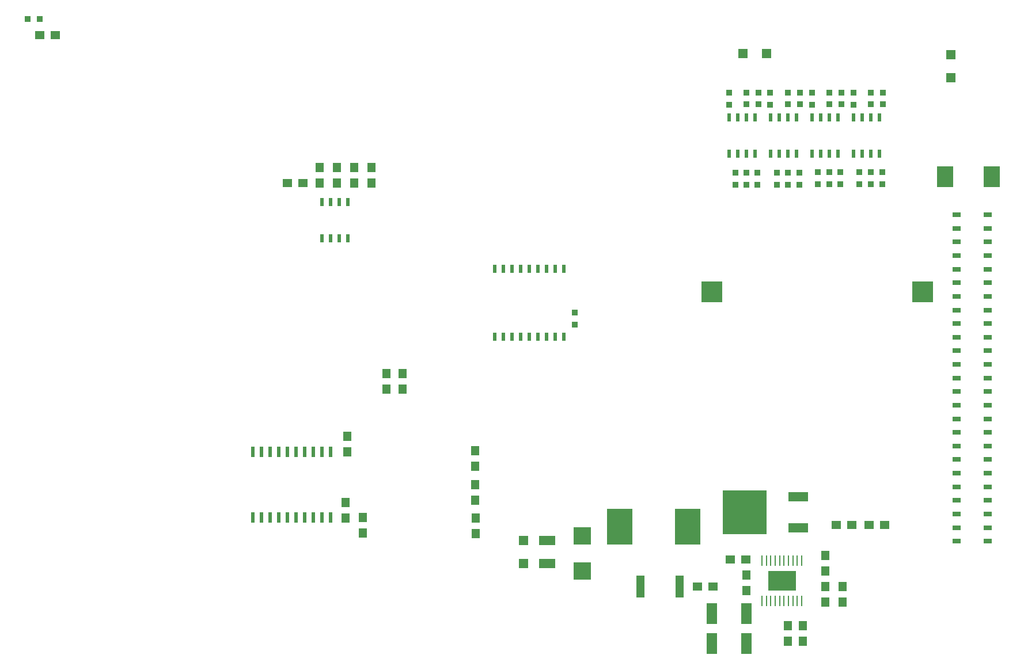
<source format=gbr>
%FSLAX23Y23*%
%MOIN*%
G04 EasyPC Gerber Version 17.0 Build 3379 *
%ADD17R,0.01054X0.06388*%
%ADD15R,0.01900X0.05900*%
%ADD16R,0.01959X0.04715*%
%ADD11R,0.01959X0.04912*%
%ADD26R,0.03337X0.03691*%
%ADD12R,0.04900X0.05400*%
%ADD20R,0.04900X0.12900*%
%ADD19R,0.06400X0.12000*%
%ADD24R,0.09243X0.12392*%
%ADD21R,0.10306X0.10306*%
%ADD27R,0.12400X0.12400*%
%ADD22R,0.14557X0.21054*%
%ADD13R,0.05700X0.05700*%
%ADD10R,0.04912X0.02904*%
%ADD25R,0.03691X0.03337*%
%ADD14R,0.05400X0.04900*%
%ADD71R,0.11211X0.05699*%
%ADD23R,0.09600X0.05700*%
%ADD18R,0.15935X0.11211*%
%ADD70R,0.25778X0.25778*%
X0Y0D02*
D02*
D10*
X5540Y795D03*
Y873D03*
Y952D03*
Y1031D03*
Y1110D03*
Y1188D03*
Y1267D03*
Y1346D03*
Y1425D03*
Y1503D03*
Y1582D03*
Y1661D03*
Y1740D03*
Y1818D03*
Y1897D03*
Y1976D03*
Y2055D03*
Y2133D03*
Y2212D03*
Y2291D03*
Y2370D03*
Y2448D03*
Y2527D03*
Y2606D03*
Y2685D03*
X5718Y795D03*
Y873D03*
Y952D03*
Y1031D03*
Y1110D03*
Y1188D03*
Y1267D03*
Y1346D03*
Y1425D03*
Y1503D03*
Y1582D03*
Y1661D03*
Y1740D03*
Y1818D03*
Y1897D03*
Y1976D03*
Y2055D03*
Y2133D03*
Y2212D03*
Y2291D03*
Y2370D03*
Y2448D03*
Y2527D03*
Y2606D03*
Y2685D03*
D02*
D11*
X1866Y2548D03*
Y2757D03*
X1916Y2548D03*
Y2757D03*
X1966Y2548D03*
Y2757D03*
X2016Y2548D03*
Y2757D03*
X4222Y3038D03*
Y3247D03*
X4272Y3038D03*
Y3247D03*
X4322Y3038D03*
Y3247D03*
X4372Y3038D03*
Y3247D03*
X4463Y3038D03*
Y3247D03*
X4513Y3038D03*
Y3247D03*
X4563Y3038D03*
Y3247D03*
X4613Y3038D03*
Y3247D03*
X4702Y3038D03*
Y3247D03*
X4752Y3038D03*
Y3247D03*
X4802Y3038D03*
Y3247D03*
X4852Y3038D03*
Y3247D03*
X4942Y3038D03*
Y3247D03*
X4992Y3038D03*
Y3247D03*
X5042Y3038D03*
Y3247D03*
X5092Y3038D03*
Y3247D03*
D02*
D12*
X1854Y2870D03*
Y2960D03*
X1954Y2870D03*
Y2960D03*
X2003Y930D03*
Y1020D03*
X2012Y1313D03*
Y1403D03*
X2054Y2870D03*
Y2960D03*
X2103Y842D03*
Y932D03*
X2154Y2870D03*
Y2960D03*
X2239Y1676D03*
Y1766D03*
X2331Y1675D03*
Y1765D03*
X2754Y1032D03*
Y1122D03*
Y1228D03*
Y1318D03*
X2756Y839D03*
Y929D03*
X4321Y510D03*
Y600D03*
X4563Y215D03*
Y305D03*
X4650Y215D03*
Y305D03*
X4780Y442D03*
Y532D03*
Y622D03*
Y712D03*
X4880Y442D03*
Y532D03*
D02*
D13*
X3034Y664D03*
Y798D03*
X4304Y3617D03*
X4438D03*
X5506Y3477D03*
Y3611D03*
D02*
D14*
X232Y3725D03*
X322D03*
X1665Y2868D03*
X1755D03*
X4040Y533D03*
X4130D03*
X4230Y687D03*
X4320D03*
X4842Y889D03*
X4932D03*
X5034Y889D03*
X5124D03*
D02*
D15*
X1465Y931D03*
Y1312D03*
X1515Y931D03*
Y1312D03*
X1565Y931D03*
Y1312D03*
X1615Y931D03*
Y1312D03*
X1665Y931D03*
Y1312D03*
X1715Y931D03*
Y1312D03*
X1765Y931D03*
Y1312D03*
X1815Y931D03*
Y1312D03*
X1865Y931D03*
Y1312D03*
X1915Y931D03*
Y1312D03*
D02*
D16*
X2866Y1978D03*
Y2373D03*
X2916Y1978D03*
Y2373D03*
X2966Y1978D03*
Y2373D03*
X3016Y1978D03*
Y2373D03*
X3066Y1978D03*
Y2373D03*
X3116Y1978D03*
Y2373D03*
X3166Y1978D03*
Y2373D03*
X3216Y1978D03*
Y2373D03*
X3266Y1978D03*
Y2373D03*
D02*
D17*
X4412Y449D03*
Y683D03*
X4438Y449D03*
Y683D03*
X4464Y449D03*
Y683D03*
X4489Y449D03*
Y683D03*
X4515Y449D03*
Y683D03*
X4540Y449D03*
Y683D03*
X4566Y449D03*
Y683D03*
X4592Y449D03*
Y683D03*
X4617Y449D03*
Y683D03*
X4643Y449D03*
Y683D03*
D02*
D18*
X4528Y566D03*
D02*
D19*
X4121Y201D03*
Y376D03*
X4321Y201D03*
Y376D03*
D02*
D70*
X4312Y962D03*
D02*
D71*
X4621Y871D03*
Y1052D03*
D02*
D20*
X3710Y533D03*
X3935D03*
D02*
D21*
X3373Y623D03*
Y825D03*
D02*
D22*
X3589Y879D03*
X3981D03*
D02*
D23*
X3170Y666D03*
Y800D03*
D02*
D24*
X5474Y2904D03*
X5742D03*
D02*
D25*
X162Y3819D03*
X232D03*
X4322Y3324D03*
Y3391D03*
X4392Y3324D03*
Y3391D03*
X4563Y3324D03*
Y3391D03*
X4633Y3324D03*
Y3391D03*
X4802Y3324D03*
Y3391D03*
X4872Y3324D03*
Y3391D03*
X5042Y3324D03*
Y3391D03*
X5112Y3324D03*
Y3391D03*
D02*
D26*
X3329Y2049D03*
Y2119D03*
X4221Y3321D03*
Y3391D03*
X4260Y2858D03*
Y2928D03*
X4323Y2858D03*
Y2928D03*
X4386Y2858D03*
Y2928D03*
X4460Y3321D03*
Y3391D03*
X4500Y2858D03*
Y2928D03*
X4564Y2858D03*
Y2928D03*
X4628Y2858D03*
Y2928D03*
X4701Y3321D03*
Y3391D03*
X4736Y2862D03*
Y2932D03*
X4801Y2862D03*
Y2932D03*
X4865Y2862D03*
Y2932D03*
X4942Y3321D03*
Y3391D03*
X4976Y2863D03*
Y2933D03*
X5042Y2863D03*
Y2933D03*
X5108Y2863D03*
Y2933D03*
D02*
D27*
X4121Y2238D03*
X5341D03*
X0Y0D02*
M02*

</source>
